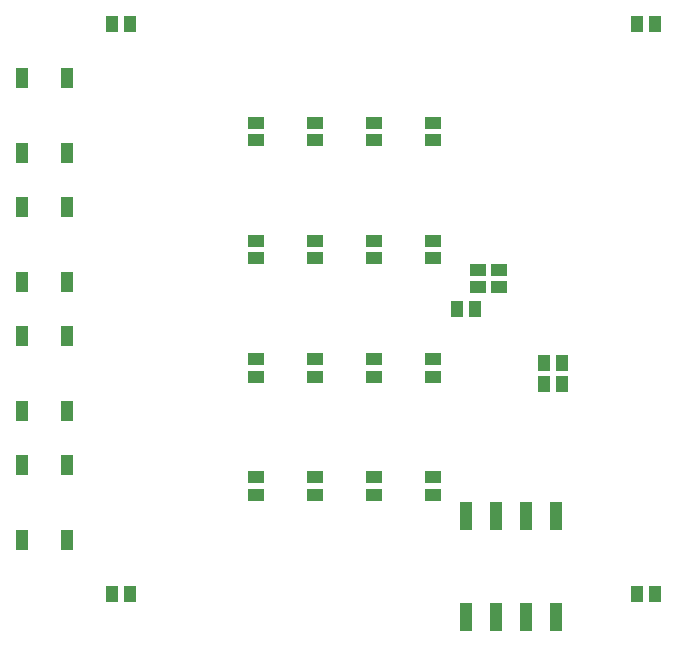
<source format=gtp>
G04 Layer_Color=8421504*
%FSLAX25Y25*%
%MOIN*%
G70*
G01*
G75*
%ADD10R,0.03937X0.06693*%
%ADD11R,0.04449X0.09606*%
%ADD12R,0.05512X0.04331*%
%ADD13R,0.04331X0.05512*%
D10*
X-77961Y-9236D02*
D03*
Y-34039D02*
D03*
X-63000Y-9236D02*
D03*
Y-34039D02*
D03*
X-77961Y33764D02*
D03*
Y8961D02*
D03*
X-63000Y33764D02*
D03*
Y8961D02*
D03*
X-77961Y-52236D02*
D03*
Y-77039D02*
D03*
X-63000Y-52236D02*
D03*
Y-77039D02*
D03*
X-77961Y76764D02*
D03*
Y51961D02*
D03*
X-63000Y76764D02*
D03*
Y51961D02*
D03*
D11*
X80000Y-69000D02*
D03*
X70000D02*
D03*
X90000D02*
D03*
X100000D02*
D03*
X70000Y-102858D02*
D03*
X80000D02*
D03*
X90000D02*
D03*
X100000D02*
D03*
D12*
X59055Y62008D02*
D03*
Y56102D02*
D03*
X39370Y62008D02*
D03*
Y56102D02*
D03*
X19685Y62008D02*
D03*
Y56102D02*
D03*
X0Y62008D02*
D03*
Y56102D02*
D03*
X19685Y22638D02*
D03*
Y16732D02*
D03*
X39370Y22638D02*
D03*
Y16732D02*
D03*
X59055Y22638D02*
D03*
Y16732D02*
D03*
X0Y22638D02*
D03*
Y16732D02*
D03*
X-0Y-62008D02*
D03*
Y-56102D02*
D03*
X19685Y-62008D02*
D03*
Y-56102D02*
D03*
X59055Y-62008D02*
D03*
Y-56102D02*
D03*
X39370Y-62008D02*
D03*
Y-56102D02*
D03*
X19685Y-22638D02*
D03*
Y-16732D02*
D03*
X59055Y-22638D02*
D03*
Y-16732D02*
D03*
X-0Y-22638D02*
D03*
Y-16732D02*
D03*
X39370Y-22638D02*
D03*
Y-16732D02*
D03*
X81000Y12953D02*
D03*
Y7047D02*
D03*
X74000Y13000D02*
D03*
Y7095D02*
D03*
D13*
X132953Y95000D02*
D03*
X127047D02*
D03*
X132953Y-95000D02*
D03*
X127047D02*
D03*
X-42047Y95000D02*
D03*
X-47953D02*
D03*
X-42047Y-95000D02*
D03*
X-47953D02*
D03*
X96095Y-25000D02*
D03*
X102000D02*
D03*
X96095Y-18000D02*
D03*
X102000D02*
D03*
X72953Y-0D02*
D03*
X67047D02*
D03*
M02*

</source>
